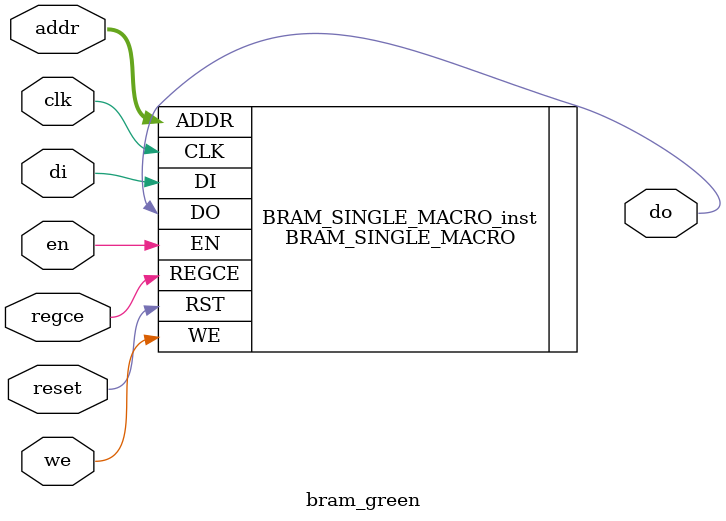
<source format=v>


//  <-----Cut code below this line---->

   // BRAM_SINGLE_MACRO: Single Port RAM
   //                    Artix-7
   // Xilinx HDL Language Template, version 2018.3

   /////////////////////////////////////////////////////////////////////
   //  READ_WIDTH | BRAM_SIZE | READ Depth  | ADDR Width |            //
   // WRITE_WIDTH |           | WRITE Depth |            |  WE Width  //
   // ============|===========|=============|============|============//
   //    37-72    |  "36Kb"   |      512    |    9-bit   |    8-bit   //
   //    19-36    |  "36Kb"   |     1024    |   10-bit   |    4-bit   //
   //    19-36    |  "18Kb"   |      512    |    9-bit   |    4-bit   //
   //    10-18    |  "36Kb"   |     2048    |   11-bit   |    2-bit   //
   //    10-18    |  "18Kb"   |     1024    |   10-bit   |    2-bit   //
   //     5-9     |  "36Kb"   |     4096    |   12-bit   |    1-bit   //
   //     5-9     |  "18Kb"   |     2048    |   11-bit   |    1-bit   //
   //     3-4     |  "36Kb"   |     8192    |   13-bit   |    1-bit   //
   //     3-4     |  "18Kb"   |     4096    |   12-bit   |    1-bit   //
   //       2     |  "36Kb"   |    16384    |   14-bit   |    1-bit   //
   //       2     |  "18Kb"   |     8192    |   13-bit   |    1-bit   //
   //       1     |  "36Kb"   |    32768    |   15-bit   |    1-bit   //
   //       1     |  "18Kb"   |    16384    |   14-bit   |    1-bit   //
   /////////////////////////////////////////////////////////////////////
   module bram_green(addr, clk, reset, we, regce, en, di, do);

   input clk, reset, we, regce, en, di;
   input[13:0] addr;
   output do;

   BRAM_SINGLE_MACRO #(
      .BRAM_SIZE("18Kb"), // Target BRAM, "18Kb" or "36Kb" 
      .DEVICE("7SERIES"), // Target Device: "7SERIES" 
      .DO_REG(0), // Optional output register (0 or 1)
      .INIT(36'h000000000), // Initial values on output port
      .INIT_FILE ("NONE"),
      .WRITE_WIDTH(1'b1), // Valid values are 1-72 (37-72 only valid when BRAM_SIZE="36Kb")
      .READ_WIDTH(1'b1),  // Valid values are 1-72 (37-72 only valid when BRAM_SIZE="36Kb")
      .SRVAL(36'h000000000), // Set/Reset value for port output
      .WRITE_MODE("READ_FIRST"), // "WRITE_FIRST", "READ_FIRST", or "NO_CHANGE" 
      .INIT_00(256'hffffffffffffffffffffffffffffffff00000000000000000000000000000000),    // diavazei prota to LSB kai meta to MSB gia auto prota ta ff kai meta ta 00
      .INIT_01(256'hffffffffffffffffffffffffffffffff00000000000000000000000000000000),
      .INIT_02(256'hffffffffffffffffffffffffffffffff00000000000000000000000000000000),
      .INIT_03(256'hffffffffffffffffffffffffffffffff00000000000000000000000000000000),
      .INIT_04(256'hffffffffffffffffffffffffffffffff00000000000000000000000000000000),
      .INIT_05(256'hffffffffffffffffffffffffffffffff00000000000000000000000000000000),
      .INIT_06(256'hffffffffffffffffffffffffffffffff00000000000000000000000000000000),
      .INIT_07(256'hffffffffffffffffffffffffffffffff00000000000000000000000000000000),
      .INIT_08(256'hffffffffffffffffffffffffffffffffffffffffffffffffffffffffffffffff),
      .INIT_09(256'hffffffffffffffffffffffffffffffffffffffffffffffffffffffffffffffff),
      .INIT_0A(256'hffffffffffffffffffffffffffffffffffffffffffffffffffffffffffffffff),
      .INIT_0B(256'hffffffffffffffffffffffffffffffffffffffffffffffffffffffffffffffff),
      .INIT_0C(256'hffffffffffffffffffffffffffffffffffffffffffffffffffffffffffffffff),
      .INIT_0D(256'hffffffffffffffffffffffffffffffffffffffffffffffffffffffffffffffff),
      .INIT_0E(256'hffffffffffffffffffffffffffffffffffffffffffffffffffffffffffffffff),
      .INIT_0F(256'hffffffffffffffffffffffffffffffffffffffffffffffffffffffffffffffff),
      .INIT_10(256'hffffffffffffffffffffffffffffffff00000000000000000000000000000000),
      .INIT_11(256'hffffffffffffffffffffffffffffffff00000000000000000000000000000000),
      .INIT_12(256'hffffffffffffffffffffffffffffffff00000000000000000000000000000000),
      .INIT_13(256'hffffffffffffffffffffffffffffffff00000000000000000000000000000000),
      .INIT_14(256'hffffffffffffffffffffffffffffffff00000000000000000000000000000000),
      .INIT_15(256'hffffffffffffffffffffffffffffffff00000000000000000000000000000000),
      .INIT_16(256'hffffffffffffffffffffffffffffffff00000000000000000000000000000000),
      .INIT_17(256'hffffffffffffffffffffffffffffffff00000000000000000000000000000000),
      .INIT_18(256'hffffffffffffffffffffffffffffffffffffffffffffffffffffffffffffffff),
      .INIT_19(256'hffffffffffffffffffffffffffffffffffffffffffffffffffffffffffffffff),
      .INIT_1A(256'hffffffffffffffffffffffffffffffffffffffffffffffffffffffffffffffff),
      .INIT_1B(256'h0000000000000000000000000000000000000000000000000000000000000000),
      .INIT_1C(256'h0000000000000000000000000000000000000000000000000000000000000000),
      .INIT_1D(256'h0000000000000000000000000000000000000000000000000000000000000000),
      .INIT_1E(256'h0000_0000_0000_0000_ffff_0000_0000_0000___0000_0000_0000_0000_ffff_0000_0000_0000),
      .INIT_1F(256'h0000_0000_0000_0000_ffff_0000_0000_0000___0000_0000_0000_0000_ffff_0000_0000_0000),
      .INIT_20(256'h0000_0000_0000_0000_ffff_0000_0000_0000___0000_0000_0000_0000_ffff_0000_0000_0000),
      .INIT_21(256'h0000_0000_0000_0000_ffff_0000_0000_0000___0000_0000_0000_0000_ffff_0000_0000_0000),
      .INIT_22(256'h0000_0000_0000_0000_ffff_0000_0000_0000___0000_0000_0000_0000_ffff_0000_0000_0000),
      .INIT_23(256'h0000_0000_0000_0000_ffff_0000_0000_0000___0000_0000_0000_0000_ffff_0000_0000_0000),
      .INIT_24(256'h0000_0000_0000_0000_ffff_0000_0000_0000___0000_0000_0000_0000_ffff_0000_0000_0000),
      .INIT_25(256'h0000_0000_0000_0000_ffff_0000_0000_0000___0000_0000_0000_0000_ffff_0000_0000_0000),
      .INIT_26(256'h0000_0000_0000_0000_ffff_0000_0000_0000___0000_0000_0000_0000_ffff_0000_0000_0000),
      .INIT_27(256'h0000_0000_0000_0000_ffff_0000_0000_0000___0000_0000_0000_0000_ffff_0000_0000_0000),
      .INIT_28(256'h0000_0000_0000_0000_ffff_0000_0000_0000___0000_0000_0000_0000_ffff_0000_0000_0000),
      .INIT_29(256'h0000_0000_0000_0000_ffff_0000_0000_0000___0000_0000_0000_0000_ffff_0000_0000_0000),
      .INIT_2A(256'h0000_0000_0000_0000_ffff_0000_0000_0000___0000_0000_0000_0000_ffff_0000_0000_0000),
      .INIT_2B(256'h0000_0000_0000_0000_ffff_0000_0000_0000___0000_0000_0000_0000_ffff_0000_0000_0000),
      .INIT_2C(256'h0000_0000_0000_0000_ffff_0000_0000_0000___0000_0000_0000_0000_ffff_0000_0000_0000),
      .INIT_2D(256'h0000_0000_0000_0000_ffff_0000_0000_0000___0000_0000_0000_0000_ffff_0000_0000_0000),
      .INIT_2E(256'h0000_0000_0000_0000_ffff_0000_0000_0000___0000_0000_0000_0000_ffff_0000_0000_0000),
      .INIT_2F(256'h0000_0000_0000_0000_ffff_0000_0000_0000___0000_0000_0000_0000_ffff_0000_0000_0000),
      .INIT_30(256'h0000_0000_0000_0000_ffff_0000_0000_0000___0000_0000_0000_0000_ffff_0000_0000_0000),      // eos edo thelei 
      .INIT_31(256'h0000000000000000000000000000000000000000000000000000000000000000),
      .INIT_32(256'h0000000000000000000000000000000000000000000000000000000000000000),
      .INIT_33(256'h0000000000000000000000000000000000000000000000000000000000000000),
      .INIT_34(256'h0000000000000000000000000000000000000000000000000000000000000000),
      .INIT_35(256'h0000000000000000000000000000000000000000000000000000000000000000),
      .INIT_36(256'h0000000000000000000000000000000000000000000000000000000000000000),
      .INIT_37(256'h0000000000000000000000000000000000000000000000000000000000000000),
      .INIT_38(256'h0000000000000000000000000000000000000000000000000000000000000000),
      .INIT_39(256'h0000000000000000000000000000000000000000000000000000000000000000),
      .INIT_3A(256'h0000000000000000000000000000000000000000000000000000000000000000),
      .INIT_3B(256'h0000000000000000000000000000000000000000000000000000000000000000),
      .INIT_3C(256'h0000000000000000000000000000000000000000000000000000000000000000),
      .INIT_3D(256'h0000000000000000000000000000000000000000000000000000000000000000),
      .INIT_3E(256'h0000000000000000000000000000000000000000000000000000000000000000),
      .INIT_3F(256'h0000000000000000000000000000000000000000000000000000000000000000),

      // The next set of INIT_xx are valid when configured as 36Kb
      .INIT_40(256'h0000000000000000000000000000000000000000000000000000000000000000),
      .INIT_41(256'h0000000000000000000000000000000000000000000000000000000000000000),
      .INIT_42(256'h0000000000000000000000000000000000000000000000000000000000000000),
      .INIT_43(256'h0000000000000000000000000000000000000000000000000000000000000000),
      .INIT_44(256'h0000000000000000000000000000000000000000000000000000000000000000),
      .INIT_45(256'h0000000000000000000000000000000000000000000000000000000000000000),
      .INIT_46(256'h0000000000000000000000000000000000000000000000000000000000000000),
      .INIT_47(256'h0000000000000000000000000000000000000000000000000000000000000000),
      .INIT_48(256'h0000000000000000000000000000000000000000000000000000000000000000),
      .INIT_49(256'h0000000000000000000000000000000000000000000000000000000000000000),
      .INIT_4A(256'h0000000000000000000000000000000000000000000000000000000000000000),
      .INIT_4B(256'h0000000000000000000000000000000000000000000000000000000000000000),
      .INIT_4C(256'h0000000000000000000000000000000000000000000000000000000000000000),
      .INIT_4D(256'h0000000000000000000000000000000000000000000000000000000000000000),
      .INIT_4E(256'h0000000000000000000000000000000000000000000000000000000000000000),
      .INIT_4F(256'h0000000000000000000000000000000000000000000000000000000000000000),
      .INIT_50(256'h0000000000000000000000000000000000000000000000000000000000000000),
      .INIT_51(256'h0000000000000000000000000000000000000000000000000000000000000000),
      .INIT_52(256'h0000000000000000000000000000000000000000000000000000000000000000),
      .INIT_53(256'h0000000000000000000000000000000000000000000000000000000000000000),
      .INIT_54(256'h0000000000000000000000000000000000000000000000000000000000000000),
      .INIT_55(256'h0000000000000000000000000000000000000000000000000000000000000000),
      .INIT_56(256'h0000000000000000000000000000000000000000000000000000000000000000),
      .INIT_57(256'h0000000000000000000000000000000000000000000000000000000000000000),
      .INIT_58(256'h0000000000000000000000000000000000000000000000000000000000000000),
      .INIT_59(256'h0000000000000000000000000000000000000000000000000000000000000000),
      .INIT_5A(256'h0000000000000000000000000000000000000000000000000000000000000000),
      .INIT_5B(256'h0000000000000000000000000000000000000000000000000000000000000000),
      .INIT_5C(256'h0000000000000000000000000000000000000000000000000000000000000000),
      .INIT_5D(256'h0000000000000000000000000000000000000000000000000000000000000000),
      .INIT_5E(256'h0000000000000000000000000000000000000000000000000000000000000000),
      .INIT_5F(256'h0000000000000000000000000000000000000000000000000000000000000000),
      .INIT_60(256'h0000000000000000000000000000000000000000000000000000000000000000),
      .INIT_61(256'h0000000000000000000000000000000000000000000000000000000000000000),
      .INIT_62(256'h0000000000000000000000000000000000000000000000000000000000000000),
      .INIT_63(256'h0000000000000000000000000000000000000000000000000000000000000000),
      .INIT_64(256'h0000000000000000000000000000000000000000000000000000000000000000),
      .INIT_65(256'h0000000000000000000000000000000000000000000000000000000000000000),
      .INIT_66(256'h0000000000000000000000000000000000000000000000000000000000000000),
      .INIT_67(256'h0000000000000000000000000000000000000000000000000000000000000000),
      .INIT_68(256'h0000000000000000000000000000000000000000000000000000000000000000),
      .INIT_69(256'h0000000000000000000000000000000000000000000000000000000000000000),
      .INIT_6A(256'h0000000000000000000000000000000000000000000000000000000000000000),
      .INIT_6B(256'h0000000000000000000000000000000000000000000000000000000000000000),
      .INIT_6C(256'h0000000000000000000000000000000000000000000000000000000000000000),
      .INIT_6D(256'h0000000000000000000000000000000000000000000000000000000000000000),
      .INIT_6E(256'h0000000000000000000000000000000000000000000000000000000000000000),
      .INIT_6F(256'h0000000000000000000000000000000000000000000000000000000000000000),
      .INIT_70(256'h0000000000000000000000000000000000000000000000000000000000000000),
      .INIT_71(256'h0000000000000000000000000000000000000000000000000000000000000000),
      .INIT_72(256'h0000000000000000000000000000000000000000000000000000000000000000),
      .INIT_73(256'h0000000000000000000000000000000000000000000000000000000000000000),
      .INIT_74(256'h0000000000000000000000000000000000000000000000000000000000000000),
      .INIT_75(256'h0000000000000000000000000000000000000000000000000000000000000000),
      .INIT_76(256'h0000000000000000000000000000000000000000000000000000000000000000),
      .INIT_77(256'h0000000000000000000000000000000000000000000000000000000000000000),
      .INIT_78(256'h0000000000000000000000000000000000000000000000000000000000000000),
      .INIT_79(256'h0000000000000000000000000000000000000000000000000000000000000000),
      .INIT_7A(256'h0000000000000000000000000000000000000000000000000000000000000000),
      .INIT_7B(256'h0000000000000000000000000000000000000000000000000000000000000000),
      .INIT_7C(256'h0000000000000000000000000000000000000000000000000000000000000000),
      .INIT_7D(256'h0000000000000000000000000000000000000000000000000000000000000000),
      .INIT_7E(256'h0000000000000000000000000000000000000000000000000000000000000000),
      .INIT_7F(256'h0000000000000000000000000000000000000000000000000000000000000000),

      // The next set of INITP_xx are for the parity bits
      .INITP_00(256'h0000000000000000000000000000000000000000000000000000000000000000),
      .INITP_01(256'h0000000000000000000000000000000000000000000000000000000000000000),
      .INITP_02(256'h0000000000000000000000000000000000000000000000000000000000000000),
      .INITP_03(256'h0000000000000000000000000000000000000000000000000000000000000000),
      .INITP_04(256'h0000000000000000000000000000000000000000000000000000000000000000),
      .INITP_05(256'h0000000000000000000000000000000000000000000000000000000000000000),
      .INITP_06(256'h0000000000000000000000000000000000000000000000000000000000000000),
      .INITP_07(256'h0000000000000000000000000000000000000000000000000000000000000000),

      // The next set of INIT_xx are valid when configured as 36Kb
      .INITP_08(256'h0000000000000000000000000000000000000000000000000000000000000000),
      .INITP_09(256'h0000000000000000000000000000000000000000000000000000000000000000),
      .INITP_0A(256'h0000000000000000000000000000000000000000000000000000000000000000),
      .INITP_0B(256'h0000000000000000000000000000000000000000000000000000000000000000),
      .INITP_0C(256'h0000000000000000000000000000000000000000000000000000000000000000),
      .INITP_0D(256'h0000000000000000000000000000000000000000000000000000000000000000),
      .INITP_0E(256'h0000000000000000000000000000000000000000000000000000000000000000),
      .INITP_0F(256'h0000000000000000000000000000000000000000000000000000000000000000)
   ) BRAM_SINGLE_MACRO_inst (
      .DO(do),       // Output data, width defined by READ_WIDTH parameter
      .ADDR(addr),   // Input address, width defined by read/write port depth
      .CLK(clk),     // 1-bit input clock
      .DI(di),       // Input data port, width defined by WRITE_WIDTH parameter
      .EN(en),       // 1-bit input RAM enable
      .REGCE(regce), // 1-bit input output register enable
      .RST(reset),     // 1-bit input reset
      .WE(we)        // Input write enable, width defined by write port depth
   );

   endmodule

   // End of BRAM_SINGLE_MACRO_inst instantiation
				
				
</source>
